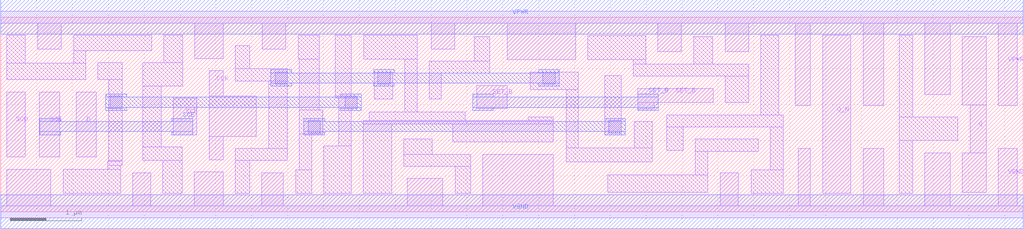
<source format=lef>
# Copyright 2020 The SkyWater PDK Authors
#
# Licensed under the Apache License, Version 2.0 (the "License");
# you may not use this file except in compliance with the License.
# You may obtain a copy of the License at
#
#     https://www.apache.org/licenses/LICENSE-2.0
#
# Unless required by applicable law or agreed to in writing, software
# distributed under the License is distributed on an "AS IS" BASIS,
# WITHOUT WARRANTIES OR CONDITIONS OF ANY KIND, either express or implied.
# See the License for the specific language governing permissions and
# limitations under the License.
#
# SPDX-License-Identifier: Apache-2.0

VERSION 5.5 ;
NAMESCASESENSITIVE ON ;
BUSBITCHARS "[]" ;
DIVIDERCHAR "/" ;
MACRO sky130_fd_sc_hd__sdfsbp_2
  CLASS CORE ;
  SOURCE USER ;
  ORIGIN  0.000000  0.000000 ;
  SIZE  14.26000 BY  2.720000 ;
  SYMMETRY X Y R90 ;
  SITE unithd ;
  PIN D
    ANTENNAGATEAREA  0.159000 ;
    DIRECTION INPUT ;
    USE SIGNAL ;
    PORT
      LAYER li1 ;
        RECT 1.050000 0.765000 1.335000 1.675000 ;
    END
  END D
  PIN Q
    ANTENNADIFFAREA  0.445500 ;
    DIRECTION OUTPUT ;
    USE SIGNAL ;
    PORT
      LAYER li1 ;
        RECT 13.410000 0.275000 13.740000 0.825000 ;
        RECT 13.410000 1.495000 13.740000 2.450000 ;
        RECT 13.515000 0.825000 13.740000 1.495000 ;
    END
  END Q
  PIN Q_N
    ANTENNADIFFAREA  0.445500 ;
    DIRECTION OUTPUT ;
    USE SIGNAL ;
    PORT
      LAYER li1 ;
        RECT 11.460000 0.255000 11.855000 2.465000 ;
    END
  END Q_N
  PIN SCD
    ANTENNAGATEAREA  0.159000 ;
    DIRECTION INPUT ;
    USE SIGNAL ;
    PORT
      LAYER li1 ;
        RECT 0.085000 0.765000 0.340000 1.675000 ;
    END
  END SCD
  PIN SCE
    ANTENNAGATEAREA  0.318000 ;
    DIRECTION INPUT ;
    USE SIGNAL ;
    PORT
      LAYER li1 ;
        RECT 0.540000 0.765000 0.820000 1.675000 ;
    END
    PORT
      LAYER li1 ;
        RECT 2.405000 1.075000 2.735000 1.590000 ;
    END
    PORT
      LAYER met1 ;
        RECT 0.545000 1.075000 0.835000 1.120000 ;
        RECT 0.545000 1.120000 2.675000 1.260000 ;
        RECT 0.545000 1.260000 0.835000 1.305000 ;
        RECT 2.385000 1.075000 2.675000 1.120000 ;
        RECT 2.385000 1.260000 2.675000 1.305000 ;
    END
  END SCE
  PIN SET_B
    ANTENNAGATEAREA  0.252000 ;
    DIRECTION INPUT ;
    USE SIGNAL ;
    PORT
      LAYER li1 ;
        RECT 6.640000 1.445000 7.065000 1.765000 ;
    END
    PORT
      LAYER li1 ;
        RECT 8.880000 1.435000 9.115000 1.525000 ;
        RECT 8.880000 1.525000 9.935000 1.725000 ;
    END
    PORT
      LAYER met1 ;
        RECT 6.580000 1.415000 6.870000 1.460000 ;
        RECT 6.580000 1.460000 9.170000 1.600000 ;
        RECT 6.580000 1.600000 6.870000 1.645000 ;
        RECT 8.880000 1.415000 9.170000 1.460000 ;
        RECT 8.880000 1.600000 9.170000 1.645000 ;
    END
  END SET_B
  PIN CLK
    ANTENNAGATEAREA  0.159000 ;
    DIRECTION INPUT ;
    USE CLOCK ;
    PORT
      LAYER li1 ;
        RECT 2.905000 0.725000 3.100000 1.055000 ;
        RECT 2.905000 1.055000 3.565000 1.615000 ;
        RECT 2.905000 1.615000 3.100000 1.970000 ;
    END
  END CLK
  PIN VGND
    DIRECTION INOUT ;
    SHAPE ABUTMENT ;
    USE GROUND ;
    PORT
      LAYER li1 ;
        RECT  0.000000 -0.085000 14.260000 0.085000 ;
        RECT  0.085000  0.085000  0.700000 0.595000 ;
        RECT  1.840000  0.085000  2.090000 0.545000 ;
        RECT  2.700000  0.085000  3.100000 0.555000 ;
        RECT  3.640000  0.085000  3.940000 0.545000 ;
        RECT  5.665000  0.085000  6.165000 0.465000 ;
        RECT  6.720000  0.085000  7.705000 0.805000 ;
        RECT 10.035000  0.085000 10.285000 0.545000 ;
        RECT 11.120000  0.085000 11.290000 0.885000 ;
        RECT 12.025000  0.085000 12.315000 0.885000 ;
        RECT 12.885000  0.085000 13.240000 0.825000 ;
        RECT 13.910000  0.085000 14.175000 0.885000 ;
    END
    PORT
      LAYER met1 ;
        RECT 0.000000 -0.240000 14.260000 0.240000 ;
    END
  END VGND
  PIN VPWR
    DIRECTION INOUT ;
    SHAPE ABUTMENT ;
    USE POWER ;
    PORT
      LAYER li1 ;
        RECT  0.000000 2.635000 14.260000 2.805000 ;
        RECT  0.515000 2.275000  0.845000 2.635000 ;
        RECT  2.705000 2.140000  3.100000 2.635000 ;
        RECT  3.645000 2.275000  3.975000 2.635000 ;
        RECT  6.000000 2.275000  6.330000 2.635000 ;
        RECT  7.060000 2.125000  8.015000 2.635000 ;
        RECT  9.160000 2.235000  9.490000 2.635000 ;
        RECT 10.100000 2.235000 10.430000 2.635000 ;
        RECT 11.080000 1.485000 11.290000 2.635000 ;
        RECT 12.025000 1.485000 12.315000 2.635000 ;
        RECT 12.885000 1.635000 13.240000 2.635000 ;
        RECT 13.910000 1.485000 14.175000 2.635000 ;
    END
    PORT
      LAYER met1 ;
        RECT 0.000000 2.480000 14.260000 2.960000 ;
    END
  END VPWR
  OBS
    LAYER li1 ;
      RECT  0.085000 1.845000  1.185000 2.075000 ;
      RECT  0.085000 2.075000  0.345000 2.465000 ;
      RECT  0.870000 0.255000  1.670000 0.595000 ;
      RECT  1.015000 2.075000  1.185000 2.255000 ;
      RECT  1.015000 2.255000  2.105000 2.465000 ;
      RECT  1.355000 1.845000  1.695000 2.085000 ;
      RECT  1.495000 0.595000  1.670000 0.645000 ;
      RECT  1.495000 0.645000  1.695000 0.705000 ;
      RECT  1.500000 0.705000  1.695000 0.720000 ;
      RECT  1.505000 0.720000  1.695000 1.845000 ;
      RECT  1.980000 0.715000  2.530000 0.905000 ;
      RECT  1.980000 0.905000  2.235000 1.760000 ;
      RECT  1.980000 1.760000  2.535000 2.085000 ;
      RECT  2.260000 0.255000  2.530000 0.715000 ;
      RECT  2.275000 2.085000  2.535000 2.465000 ;
      RECT  3.270000 0.255000  3.470000 0.715000 ;
      RECT  3.270000 0.715000  3.995000 0.885000 ;
      RECT  3.270000 1.830000  3.995000 2.000000 ;
      RECT  3.270000 2.000000  3.475000 2.325000 ;
      RECT  3.735000 0.885000  3.995000 1.830000 ;
      RECT  4.110000 0.255000  4.335000 0.585000 ;
      RECT  4.145000 2.135000  4.440000 2.465000 ;
      RECT  4.165000 0.585000  4.335000 1.090000 ;
      RECT  4.165000 1.090000  4.490000 1.420000 ;
      RECT  4.165000 1.420000  4.440000 2.135000 ;
      RECT  4.505000 0.255000  4.885000 0.920000 ;
      RECT  4.665000 1.590000  4.970000 1.615000 ;
      RECT  4.665000 1.615000  4.890000 2.465000 ;
      RECT  4.715000 0.920000  4.885000 1.445000 ;
      RECT  4.715000 1.445000  4.970000 1.590000 ;
      RECT  5.055000 0.255000  5.450000 1.225000 ;
      RECT  5.055000 1.225000  7.705000 1.275000 ;
      RECT  5.060000 2.135000  5.805000 2.465000 ;
      RECT  5.140000 1.275000  6.475000 1.395000 ;
      RECT  5.205000 1.575000  5.465000 1.955000 ;
      RECT  5.620000 0.635000  6.550000 0.805000 ;
      RECT  5.620000 0.805000  6.015000 1.015000 ;
      RECT  5.635000 1.395000  5.805000 2.135000 ;
      RECT  5.975000 1.575000  6.145000 1.935000 ;
      RECT  5.975000 1.935000  6.820000 2.105000 ;
      RECT  6.305000 0.975000  7.705000 1.225000 ;
      RECT  6.335000 0.255000  6.550000 0.635000 ;
      RECT  6.605000 2.105000  6.820000 2.450000 ;
      RECT  7.355000 1.275000  7.705000 1.325000 ;
      RECT  7.385000 1.705000  8.055000 1.955000 ;
      RECT  7.885000 0.695000  9.085000 0.895000 ;
      RECT  7.885000 0.895000  8.055000 1.705000 ;
      RECT  8.185000 2.125000  8.990000 2.460000 ;
      RECT  8.420000 1.075000  8.650000 1.905000 ;
      RECT  8.465000 0.275000  9.855000 0.515000 ;
      RECT  8.820000 1.895000 10.430000 2.065000 ;
      RECT  8.820000 2.065000  8.990000 2.125000 ;
      RECT  8.830000 0.895000  9.085000 1.265000 ;
      RECT  9.285000 0.855000  9.515000 1.185000 ;
      RECT  9.285000 1.185000 10.910000 1.355000 ;
      RECT  9.660000 2.065000  9.930000 2.450000 ;
      RECT  9.685000 0.515000  9.855000 0.845000 ;
      RECT  9.685000 0.845000 10.560000 1.015000 ;
      RECT 10.105000 1.525000 10.430000 1.895000 ;
      RECT 10.465000 0.255000 10.910000 0.585000 ;
      RECT 10.600000 1.355000 10.845000 2.465000 ;
      RECT 10.730000 0.585000 10.910000 1.185000 ;
      RECT 12.530000 0.255000 12.715000 0.995000 ;
      RECT 12.530000 0.995000 13.345000 1.325000 ;
      RECT 12.530000 1.325000 12.715000 2.465000 ;
    LAYER mcon ;
      RECT 1.525000 1.445000 1.695000 1.615000 ;
      RECT 3.825000 1.785000 3.995000 1.955000 ;
      RECT 4.285000 1.105000 4.455000 1.275000 ;
      RECT 4.800000 1.445000 4.970000 1.615000 ;
      RECT 5.260000 1.785000 5.430000 1.955000 ;
      RECT 7.560000 1.785000 7.730000 1.955000 ;
      RECT 8.480000 1.105000 8.650000 1.275000 ;
    LAYER met1 ;
      RECT 1.465000 1.415000 1.755000 1.460000 ;
      RECT 1.465000 1.460000 5.030000 1.600000 ;
      RECT 1.465000 1.600000 1.755000 1.645000 ;
      RECT 3.765000 1.755000 4.055000 1.800000 ;
      RECT 3.765000 1.800000 7.790000 1.940000 ;
      RECT 3.765000 1.940000 4.055000 1.985000 ;
      RECT 4.225000 1.075000 4.515000 1.120000 ;
      RECT 4.225000 1.120000 8.710000 1.260000 ;
      RECT 4.225000 1.260000 4.515000 1.305000 ;
      RECT 4.740000 1.415000 5.030000 1.460000 ;
      RECT 4.740000 1.600000 5.030000 1.645000 ;
      RECT 5.200000 1.755000 5.490000 1.800000 ;
      RECT 5.200000 1.940000 5.490000 1.985000 ;
      RECT 7.500000 1.755000 7.790000 1.800000 ;
      RECT 7.500000 1.940000 7.790000 1.985000 ;
      RECT 8.420000 1.075000 8.710000 1.120000 ;
      RECT 8.420000 1.260000 8.710000 1.305000 ;
  END
END sky130_fd_sc_hd__sdfsbp_2
END LIBRARY

</source>
